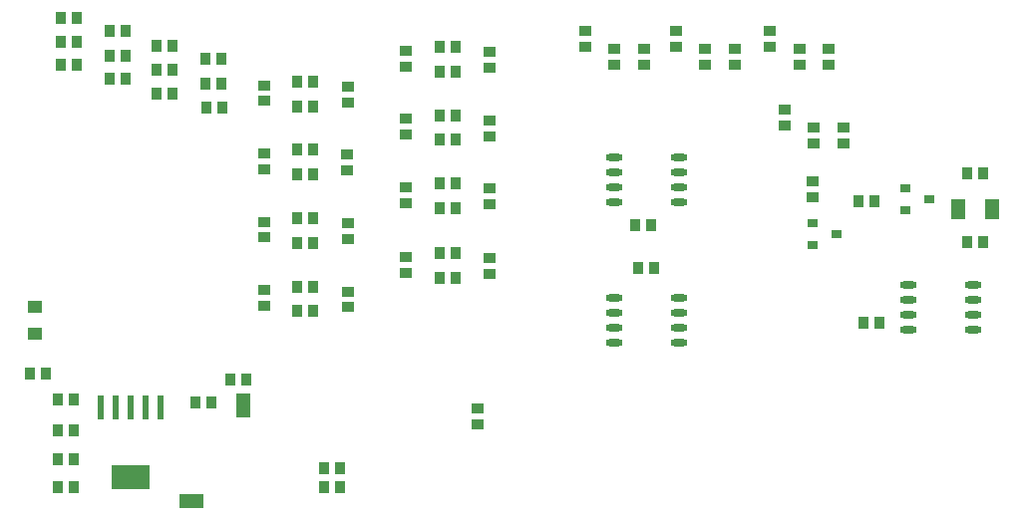
<source format=gbp>
G04*
G04 #@! TF.GenerationSoftware,Altium Limited,Altium Designer,19.0.10 (269)*
G04*
G04 Layer_Color=128*
%FSLAX25Y25*%
%MOIN*%
G70*
G01*
G75*
%ADD18R,0.03937X0.03543*%
%ADD20O,0.05709X0.02362*%
%ADD21R,0.03543X0.03937*%
%ADD22R,0.03543X0.03150*%
%ADD24R,0.05118X0.04331*%
%ADD26R,0.08071X0.04528*%
%ADD27R,0.04528X0.08071*%
%ADD30R,0.02362X0.08268*%
%ADD31R,0.12598X0.08268*%
%ADD63R,0.05118X0.07087*%
D18*
X389566Y156201D02*
D03*
Y150886D02*
D03*
X394291Y129823D02*
D03*
Y124508D02*
D03*
X358070Y156201D02*
D03*
Y150886D02*
D03*
X327755Y156201D02*
D03*
Y150886D02*
D03*
X379724Y162106D02*
D03*
Y156791D02*
D03*
X384448Y135728D02*
D03*
Y130413D02*
D03*
X348228Y162106D02*
D03*
Y156791D02*
D03*
X317913Y162106D02*
D03*
Y156791D02*
D03*
X399409Y150886D02*
D03*
Y156201D02*
D03*
X404133Y124508D02*
D03*
Y129823D02*
D03*
X367913Y150886D02*
D03*
Y156201D02*
D03*
X337598Y150886D02*
D03*
Y156201D02*
D03*
X393897Y106524D02*
D03*
Y111839D02*
D03*
X238484Y138287D02*
D03*
Y143602D02*
D03*
X210531Y138681D02*
D03*
Y143996D02*
D03*
X238484Y69685D02*
D03*
Y75000D02*
D03*
X210531Y70079D02*
D03*
Y75394D02*
D03*
X238385Y115453D02*
D03*
Y120768D02*
D03*
X210433Y115847D02*
D03*
Y121161D02*
D03*
X286023Y80709D02*
D03*
Y86024D02*
D03*
X258070Y81102D02*
D03*
Y86417D02*
D03*
X286023Y149902D02*
D03*
Y155217D02*
D03*
X258070Y150295D02*
D03*
Y155610D02*
D03*
X286023Y126969D02*
D03*
Y132283D02*
D03*
X258070Y127362D02*
D03*
Y132677D02*
D03*
X238484Y92618D02*
D03*
Y97933D02*
D03*
X210531Y93012D02*
D03*
Y98327D02*
D03*
X286023Y104232D02*
D03*
Y109547D02*
D03*
X258070Y104626D02*
D03*
Y109941D02*
D03*
X282086Y35925D02*
D03*
Y30610D02*
D03*
D20*
X349114Y104705D02*
D03*
Y109705D02*
D03*
Y114705D02*
D03*
Y119705D02*
D03*
X327657Y104705D02*
D03*
Y109705D02*
D03*
Y114705D02*
D03*
Y119705D02*
D03*
X447539Y62185D02*
D03*
Y67185D02*
D03*
Y72185D02*
D03*
Y77185D02*
D03*
X426082Y62185D02*
D03*
Y67185D02*
D03*
Y72185D02*
D03*
Y77185D02*
D03*
X349114Y57854D02*
D03*
Y62854D02*
D03*
Y67854D02*
D03*
Y72854D02*
D03*
X327657Y57854D02*
D03*
Y62854D02*
D03*
Y67854D02*
D03*
Y72854D02*
D03*
D21*
X339960Y97035D02*
D03*
X334645D02*
D03*
X341043Y82677D02*
D03*
X335728D02*
D03*
X409350Y105118D02*
D03*
X414665D02*
D03*
X450885Y114473D02*
D03*
X445570D02*
D03*
Y91639D02*
D03*
X450885D02*
D03*
X416306Y64567D02*
D03*
X410992D02*
D03*
X132185Y47638D02*
D03*
X137499D02*
D03*
X204527Y45669D02*
D03*
X199212D02*
D03*
X180019Y141339D02*
D03*
X174704D02*
D03*
X180019Y157087D02*
D03*
X174704D02*
D03*
X180019Y149213D02*
D03*
X174704D02*
D03*
X196456Y136614D02*
D03*
X191141D02*
D03*
X191076Y152756D02*
D03*
X196391D02*
D03*
Y144488D02*
D03*
X191076D02*
D03*
X158956Y162205D02*
D03*
X164271D02*
D03*
Y146063D02*
D03*
X158956D02*
D03*
X164271Y153937D02*
D03*
X158956D02*
D03*
X221653Y145276D02*
D03*
X226968D02*
D03*
Y137008D02*
D03*
X221653D02*
D03*
Y76673D02*
D03*
X226968D02*
D03*
Y68405D02*
D03*
X221653D02*
D03*
X221555Y122441D02*
D03*
X226870D02*
D03*
Y114173D02*
D03*
X221555D02*
D03*
X269193Y87697D02*
D03*
X274507D02*
D03*
Y79429D02*
D03*
X269193D02*
D03*
Y156890D02*
D03*
X274507D02*
D03*
Y148622D02*
D03*
X269193D02*
D03*
Y133957D02*
D03*
X274507D02*
D03*
Y125689D02*
D03*
X269193D02*
D03*
X221653Y99606D02*
D03*
X226968D02*
D03*
Y91339D02*
D03*
X221653D02*
D03*
X148031Y166535D02*
D03*
X142716D02*
D03*
X148031Y150787D02*
D03*
X142716D02*
D03*
X148031Y158661D02*
D03*
X142716D02*
D03*
X269193Y111221D02*
D03*
X274507D02*
D03*
Y102953D02*
D03*
X269193D02*
D03*
X146948Y38976D02*
D03*
X141633D02*
D03*
X146948Y9449D02*
D03*
X141633D02*
D03*
X146948Y18898D02*
D03*
X141633D02*
D03*
X146948Y28346D02*
D03*
X141633D02*
D03*
X193011Y37795D02*
D03*
X187696D02*
D03*
X235925Y9449D02*
D03*
X230610D02*
D03*
X235925Y15748D02*
D03*
X230610D02*
D03*
D22*
X432874Y105905D02*
D03*
X425000Y102165D02*
D03*
Y109646D02*
D03*
X401771Y94095D02*
D03*
X393897Y90354D02*
D03*
Y97835D02*
D03*
D24*
X134055Y69882D02*
D03*
Y60827D02*
D03*
D26*
X186122Y4921D02*
D03*
D27*
X203543Y37008D02*
D03*
D30*
X175944Y36122D02*
D03*
X170944D02*
D03*
X165944D02*
D03*
X160944D02*
D03*
X155944D02*
D03*
D31*
X165944Y12697D02*
D03*
D63*
X453936Y102662D02*
D03*
X442519D02*
D03*
M02*

</source>
